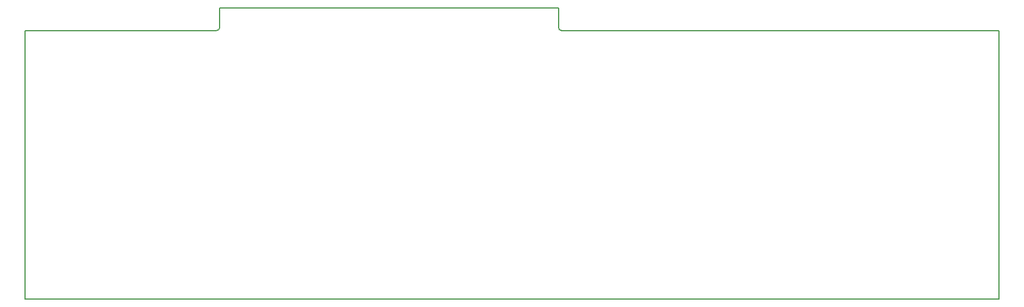
<source format=gm1>
G04 #@! TF.GenerationSoftware,KiCad,Pcbnew,6.0.0-rc1-unknown-8ecdf58~84~ubuntu16.04.1*
G04 #@! TF.CreationDate,2018-10-22T17:09:18+08:00*
G04 #@! TF.ProjectId,ovc2_stereo,6F7663325F73746572656F2E6B696361,rev?*
G04 #@! TF.SameCoordinates,Original*
G04 #@! TF.FileFunction,Profile,NP*
%FSLAX46Y46*%
G04 Gerber Fmt 4.6, Leading zero omitted, Abs format (unit mm)*
G04 Created by KiCad (PCBNEW 6.0.0-rc1-unknown-8ecdf58~84~ubuntu16.04.1) date Mon 22 Oct 2018 05:09:18 PM +08*
%MOMM*%
%LPD*%
G01*
G04 APERTURE LIST*
%ADD10C,0.150000*%
G04 APERTURE END LIST*
D10*
X145900000Y-67000000D02*
G75*
G02X145400000Y-66500000I0J500000D01*
G01*
X95000000Y-66500000D02*
G75*
G02X94500000Y-67000000I-500000J0D01*
G01*
X145900000Y-67000000D02*
X211000000Y-67000000D01*
X145400000Y-63600000D02*
X145400000Y-66500000D01*
X95000000Y-63600000D02*
X145400000Y-63600000D01*
X95000000Y-66500000D02*
X95000000Y-63600000D01*
X66000000Y-67000000D02*
X94500000Y-67000000D01*
X211000000Y-107000000D02*
X211000000Y-67000000D01*
X66000000Y-107000000D02*
X66000000Y-67000000D01*
X211000000Y-107000000D02*
X66000000Y-107000000D01*
M02*

</source>
